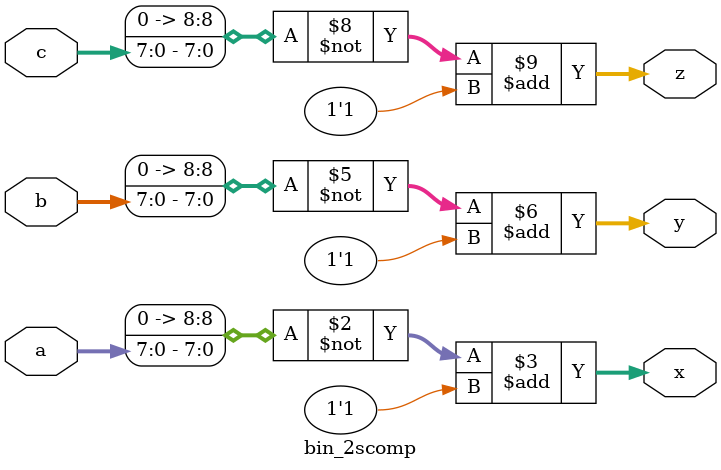
<source format=v>
module bin_2scomp(input [7:0]a,b,c, output[8:0] x,y,z);
assign x = ~(a)+1'b1;
assign y = ~(b)+1'b1;
assign z = ~(c)+1'b1;
endmodule
</source>
